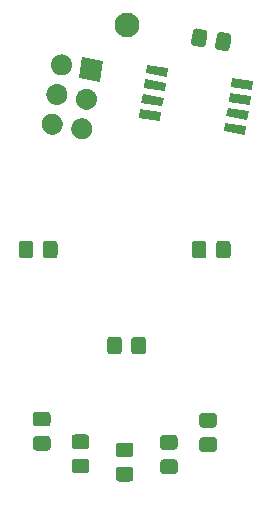
<source format=gbr>
%TF.GenerationSoftware,KiCad,Pcbnew,(5.1.6)-1*%
%TF.CreationDate,2021-01-16T18:50:24+01:00*%
%TF.ProjectId,Snowman_Earring,536e6f77-6d61-46e5-9f45-617272696e67,rev?*%
%TF.SameCoordinates,Original*%
%TF.FileFunction,Soldermask,Top*%
%TF.FilePolarity,Negative*%
%FSLAX46Y46*%
G04 Gerber Fmt 4.6, Leading zero omitted, Abs format (unit mm)*
G04 Created by KiCad (PCBNEW (5.1.6)-1) date 2021-01-16 18:50:24*
%MOMM*%
%LPD*%
G01*
G04 APERTURE LIST*
%ADD10C,2.100000*%
%ADD11C,0.100000*%
G04 APERTURE END LIST*
D10*
%TO.C,REF\u002A\u002A*%
X100786932Y-60960000D03*
%TD*%
%TO.C,C1*%
G36*
G01*
X108270259Y-62764947D02*
X108419893Y-61820200D01*
G75*
G02*
X108730794Y-61594317I268392J-42509D01*
G01*
X109428619Y-61704842D01*
G75*
G02*
X109654502Y-62015743I-42509J-268392D01*
G01*
X109504869Y-62960490D01*
G75*
G02*
X109193968Y-63186373I-268392J42509D01*
G01*
X108496143Y-63075848D01*
G75*
G02*
X108270260Y-62764947I42509J268392D01*
G01*
G37*
G36*
G01*
X106245497Y-62444257D02*
X106395131Y-61499510D01*
G75*
G02*
X106706032Y-61273627I268392J-42509D01*
G01*
X107403857Y-61384152D01*
G75*
G02*
X107629740Y-61695053I-42509J-268392D01*
G01*
X107480107Y-62639800D01*
G75*
G02*
X107169206Y-62865683I-268392J42509D01*
G01*
X106471381Y-62755158D01*
G75*
G02*
X106245498Y-62444257I42509J268392D01*
G01*
G37*
%TD*%
%TO.C,D8*%
G36*
G01*
X108160633Y-95088231D02*
X107204109Y-95088231D01*
G75*
G02*
X106932371Y-94816493I0J271738D01*
G01*
X106932371Y-94109969D01*
G75*
G02*
X107204109Y-93838231I271738J0D01*
G01*
X108160633Y-93838231D01*
G75*
G02*
X108432371Y-94109969I0J-271738D01*
G01*
X108432371Y-94816493D01*
G75*
G02*
X108160633Y-95088231I-271738J0D01*
G01*
G37*
G36*
G01*
X108160633Y-97138231D02*
X107204109Y-97138231D01*
G75*
G02*
X106932371Y-96866493I0J271738D01*
G01*
X106932371Y-96159969D01*
G75*
G02*
X107204109Y-95888231I271738J0D01*
G01*
X108160633Y-95888231D01*
G75*
G02*
X108432371Y-96159969I0J-271738D01*
G01*
X108432371Y-96866493D01*
G75*
G02*
X108160633Y-97138231I-271738J0D01*
G01*
G37*
%TD*%
%TO.C,D7*%
G36*
G01*
X104851927Y-96965527D02*
X103895403Y-96965527D01*
G75*
G02*
X103623665Y-96693789I0J271738D01*
G01*
X103623665Y-95987265D01*
G75*
G02*
X103895403Y-95715527I271738J0D01*
G01*
X104851927Y-95715527D01*
G75*
G02*
X105123665Y-95987265I0J-271738D01*
G01*
X105123665Y-96693789D01*
G75*
G02*
X104851927Y-96965527I-271738J0D01*
G01*
G37*
G36*
G01*
X104851927Y-99015527D02*
X103895403Y-99015527D01*
G75*
G02*
X103623665Y-98743789I0J271738D01*
G01*
X103623665Y-98037265D01*
G75*
G02*
X103895403Y-97765527I271738J0D01*
G01*
X104851927Y-97765527D01*
G75*
G02*
X105123665Y-98037265I0J-271738D01*
G01*
X105123665Y-98743789D01*
G75*
G02*
X104851927Y-99015527I-271738J0D01*
G01*
G37*
%TD*%
%TO.C,D6*%
G36*
G01*
X101100687Y-97597965D02*
X100144163Y-97597965D01*
G75*
G02*
X99872425Y-97326227I0J271738D01*
G01*
X99872425Y-96619703D01*
G75*
G02*
X100144163Y-96347965I271738J0D01*
G01*
X101100687Y-96347965D01*
G75*
G02*
X101372425Y-96619703I0J-271738D01*
G01*
X101372425Y-97326227D01*
G75*
G02*
X101100687Y-97597965I-271738J0D01*
G01*
G37*
G36*
G01*
X101100687Y-99647965D02*
X100144163Y-99647965D01*
G75*
G02*
X99872425Y-99376227I0J271738D01*
G01*
X99872425Y-98669703D01*
G75*
G02*
X100144163Y-98397965I271738J0D01*
G01*
X101100687Y-98397965D01*
G75*
G02*
X101372425Y-98669703I0J-271738D01*
G01*
X101372425Y-99376227D01*
G75*
G02*
X101100687Y-99647965I-271738J0D01*
G01*
G37*
%TD*%
%TO.C,D5*%
G36*
G01*
X97359368Y-96909263D02*
X96402844Y-96909263D01*
G75*
G02*
X96131106Y-96637525I0J271738D01*
G01*
X96131106Y-95931001D01*
G75*
G02*
X96402844Y-95659263I271738J0D01*
G01*
X97359368Y-95659263D01*
G75*
G02*
X97631106Y-95931001I0J-271738D01*
G01*
X97631106Y-96637525D01*
G75*
G02*
X97359368Y-96909263I-271738J0D01*
G01*
G37*
G36*
G01*
X97359368Y-98959263D02*
X96402844Y-98959263D01*
G75*
G02*
X96131106Y-98687525I0J271738D01*
G01*
X96131106Y-97981001D01*
G75*
G02*
X96402844Y-97709263I271738J0D01*
G01*
X97359368Y-97709263D01*
G75*
G02*
X97631106Y-97981001I0J-271738D01*
G01*
X97631106Y-98687525D01*
G75*
G02*
X97359368Y-98959263I-271738J0D01*
G01*
G37*
%TD*%
%TO.C,D4*%
G36*
G01*
X94079228Y-94982487D02*
X93122704Y-94982487D01*
G75*
G02*
X92850966Y-94710749I0J271738D01*
G01*
X92850966Y-94004225D01*
G75*
G02*
X93122704Y-93732487I271738J0D01*
G01*
X94079228Y-93732487D01*
G75*
G02*
X94350966Y-94004225I0J-271738D01*
G01*
X94350966Y-94710749D01*
G75*
G02*
X94079228Y-94982487I-271738J0D01*
G01*
G37*
G36*
G01*
X94079228Y-97032487D02*
X93122704Y-97032487D01*
G75*
G02*
X92850966Y-96760749I0J271738D01*
G01*
X92850966Y-96054225D01*
G75*
G02*
X93122704Y-95782487I271738J0D01*
G01*
X94079228Y-95782487D01*
G75*
G02*
X94350966Y-96054225I0J-271738D01*
G01*
X94350966Y-96760749D01*
G75*
G02*
X94079228Y-97032487I-271738J0D01*
G01*
G37*
%TD*%
%TO.C,D3*%
G36*
G01*
X108350000Y-80488262D02*
X108350000Y-79531738D01*
G75*
G02*
X108621738Y-79260000I271738J0D01*
G01*
X109328262Y-79260000D01*
G75*
G02*
X109600000Y-79531738I0J-271738D01*
G01*
X109600000Y-80488262D01*
G75*
G02*
X109328262Y-80760000I-271738J0D01*
G01*
X108621738Y-80760000D01*
G75*
G02*
X108350000Y-80488262I0J271738D01*
G01*
G37*
G36*
G01*
X106300000Y-80488262D02*
X106300000Y-79531738D01*
G75*
G02*
X106571738Y-79260000I271738J0D01*
G01*
X107278262Y-79260000D01*
G75*
G02*
X107550000Y-79531738I0J-271738D01*
G01*
X107550000Y-80488262D01*
G75*
G02*
X107278262Y-80760000I-271738J0D01*
G01*
X106571738Y-80760000D01*
G75*
G02*
X106300000Y-80488262I0J271738D01*
G01*
G37*
%TD*%
%TO.C,D2*%
G36*
G01*
X101186932Y-88609914D02*
X101186932Y-87653390D01*
G75*
G02*
X101458670Y-87381652I271738J0D01*
G01*
X102165194Y-87381652D01*
G75*
G02*
X102436932Y-87653390I0J-271738D01*
G01*
X102436932Y-88609914D01*
G75*
G02*
X102165194Y-88881652I-271738J0D01*
G01*
X101458670Y-88881652D01*
G75*
G02*
X101186932Y-88609914I0J271738D01*
G01*
G37*
G36*
G01*
X99136932Y-88609914D02*
X99136932Y-87653390D01*
G75*
G02*
X99408670Y-87381652I271738J0D01*
G01*
X100115194Y-87381652D01*
G75*
G02*
X100386932Y-87653390I0J-271738D01*
G01*
X100386932Y-88609914D01*
G75*
G02*
X100115194Y-88881652I-271738J0D01*
G01*
X99408670Y-88881652D01*
G75*
G02*
X99136932Y-88609914I0J271738D01*
G01*
G37*
%TD*%
%TO.C,D1*%
G36*
G01*
X93694851Y-80488262D02*
X93694851Y-79531738D01*
G75*
G02*
X93966589Y-79260000I271738J0D01*
G01*
X94673113Y-79260000D01*
G75*
G02*
X94944851Y-79531738I0J-271738D01*
G01*
X94944851Y-80488262D01*
G75*
G02*
X94673113Y-80760000I-271738J0D01*
G01*
X93966589Y-80760000D01*
G75*
G02*
X93694851Y-80488262I0J271738D01*
G01*
G37*
G36*
G01*
X91644851Y-80488262D02*
X91644851Y-79531738D01*
G75*
G02*
X91916589Y-79260000I271738J0D01*
G01*
X92623113Y-79260000D01*
G75*
G02*
X92894851Y-79531738I0J-271738D01*
G01*
X92894851Y-80488262D01*
G75*
G02*
X92623113Y-80760000I-271738J0D01*
G01*
X91916589Y-80760000D01*
G75*
G02*
X91644851Y-80488262I0J271738D01*
G01*
G37*
%TD*%
D11*
%TO.C,J1*%
G36*
X98819711Y-64021872D02*
G01*
X98538128Y-65799711D01*
X96760289Y-65518128D01*
X97041872Y-63740289D01*
X98819711Y-64021872D01*
G37*
G36*
G01*
X96170192Y-64513447D02*
X96170192Y-64513447D01*
G75*
G02*
X95140481Y-65261576I-888920J140791D01*
G01*
X95140481Y-65261576D01*
G75*
G02*
X94392352Y-64231865I140791J888920D01*
G01*
X94392352Y-64231865D01*
G75*
G02*
X95422063Y-63483736I888920J-140791D01*
G01*
X95422063Y-63483736D01*
G75*
G02*
X96170192Y-64513447I-140791J-888920D01*
G01*
G37*
G36*
G01*
X98281576Y-67419519D02*
X98281576Y-67419519D01*
G75*
G02*
X97251865Y-68167648I-888920J140791D01*
G01*
X97251865Y-68167648D01*
G75*
G02*
X96503736Y-67137937I140791J888920D01*
G01*
X96503736Y-67137937D01*
G75*
G02*
X97533447Y-66389808I888920J-140791D01*
G01*
X97533447Y-66389808D01*
G75*
G02*
X98281576Y-67419519I-140791J-888920D01*
G01*
G37*
G36*
G01*
X95772848Y-67022176D02*
X95772848Y-67022176D01*
G75*
G02*
X94743137Y-67770305I-888920J140791D01*
G01*
X94743137Y-67770305D01*
G75*
G02*
X93995008Y-66740594I140791J888920D01*
G01*
X93995008Y-66740594D01*
G75*
G02*
X95024719Y-65992465I888920J-140791D01*
G01*
X95024719Y-65992465D01*
G75*
G02*
X95772848Y-67022176I-140791J-888920D01*
G01*
G37*
G36*
G01*
X97884233Y-69928248D02*
X97884233Y-69928248D01*
G75*
G02*
X96854522Y-70676377I-888920J140791D01*
G01*
X96854522Y-70676377D01*
G75*
G02*
X96106393Y-69646666I140791J888920D01*
G01*
X96106393Y-69646666D01*
G75*
G02*
X97136104Y-68898537I888920J-140791D01*
G01*
X97136104Y-68898537D01*
G75*
G02*
X97884233Y-69928248I-140791J-888920D01*
G01*
G37*
G36*
G01*
X95375505Y-69530904D02*
X95375505Y-69530904D01*
G75*
G02*
X94345794Y-70279033I-888920J140791D01*
G01*
X94345794Y-70279033D01*
G75*
G02*
X93597665Y-69249322I140791J888920D01*
G01*
X93597665Y-69249322D01*
G75*
G02*
X94627376Y-68501193I888920J-140791D01*
G01*
X94627376Y-68501193D01*
G75*
G02*
X95375505Y-69530904I-140791J-888920D01*
G01*
G37*
%TD*%
%TO.C,U1*%
G36*
X110934637Y-69532940D02*
G01*
X110817312Y-70273706D01*
X109039473Y-69992124D01*
X109156798Y-69251358D01*
X110934637Y-69532940D01*
G37*
G36*
X111133309Y-68278576D02*
G01*
X111015984Y-69019342D01*
X109238145Y-68737760D01*
X109355470Y-67996994D01*
X111133309Y-68278576D01*
G37*
G36*
X111331980Y-67024212D02*
G01*
X111214655Y-67764978D01*
X109436816Y-67483396D01*
X109554141Y-66742630D01*
X111331980Y-67024212D01*
G37*
G36*
X111530652Y-65769848D02*
G01*
X111413327Y-66510614D01*
X109635488Y-66229032D01*
X109752813Y-65488266D01*
X111530652Y-65769848D01*
G37*
G36*
X104320527Y-64627876D02*
G01*
X104203202Y-65368642D01*
X102425363Y-65087060D01*
X102542688Y-64346294D01*
X104320527Y-64627876D01*
G37*
G36*
X104121855Y-65882240D02*
G01*
X104004530Y-66623006D01*
X102226691Y-66341424D01*
X102344016Y-65600658D01*
X104121855Y-65882240D01*
G37*
G36*
X103923184Y-67136604D02*
G01*
X103805859Y-67877370D01*
X102028020Y-67595788D01*
X102145345Y-66855022D01*
X103923184Y-67136604D01*
G37*
G36*
X103724512Y-68390968D02*
G01*
X103607187Y-69131734D01*
X101829348Y-68850152D01*
X101946673Y-68109386D01*
X103724512Y-68390968D01*
G37*
%TD*%
M02*

</source>
